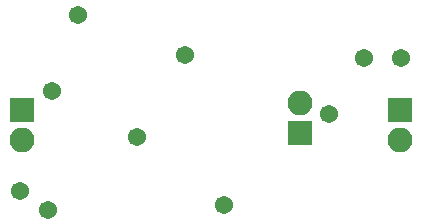
<source format=gbr>
G04 #@! TF.GenerationSoftware,KiCad,Pcbnew,5.0-dev-unknown-997d4de~62~ubuntu17.10.1*
G04 #@! TF.CreationDate,2018-02-23T16:35:03-08:00*
G04 #@! TF.ProjectId,Daughter_Board,44617567687465725F426F6172642E6B,0.1*
G04 #@! TF.SameCoordinates,Original*
G04 #@! TF.FileFunction,Soldermask,Bot*
G04 #@! TF.FilePolarity,Negative*
%FSLAX46Y46*%
G04 Gerber Fmt 4.6, Leading zero omitted, Abs format (unit mm)*
G04 Created by KiCad (PCBNEW 5.0-dev-unknown-997d4de~62~ubuntu17.10.1) date Fri Feb 23 16:35:03 2018*
%MOMM*%
%LPD*%
G01*
G04 APERTURE LIST*
%ADD10O,2.100000X2.100000*%
%ADD11R,2.100000X2.100000*%
%ADD12C,1.543000*%
G04 APERTURE END LIST*
D10*
X120500000Y-93540000D03*
D11*
X120500000Y-91000000D03*
D10*
X88500000Y-93540000D03*
D11*
X88500000Y-91000000D03*
X112000000Y-93000000D03*
D10*
X112000000Y-90460000D03*
D12*
X117450000Y-86625000D03*
X120550000Y-86625000D03*
X90975000Y-89450000D03*
X98175000Y-93275000D03*
X93175000Y-82950000D03*
X105575000Y-99100000D03*
X102250000Y-86325000D03*
X88275000Y-97900000D03*
X90700000Y-99450000D03*
X114425000Y-91325000D03*
M02*

</source>
